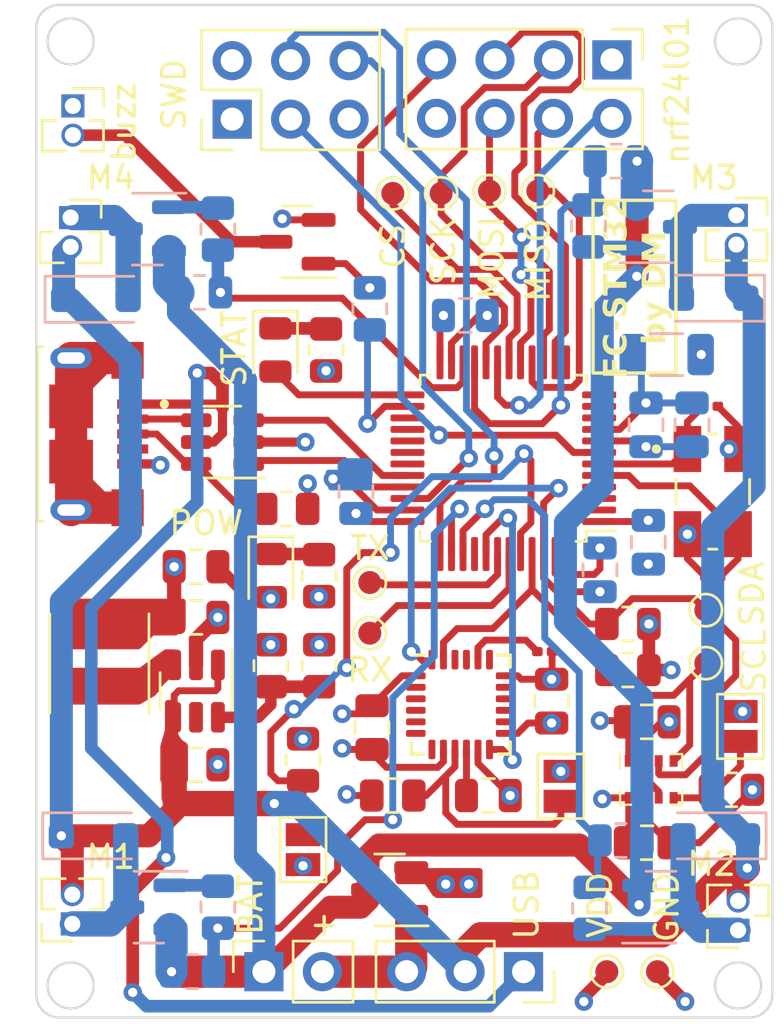
<source format=kicad_pcb>
(kicad_pcb (version 20221018) (generator pcbnew)
  (layers (0 "F.Cu" signal) (1 "In1.Cu" power) (2 "In2.Cu" power) (31 "B.Cu" signal) (34 "B.Paste" user) (35 "F.Paste" user) (36 "B.SilkS" user "B.Silkscreen") (37 "F.SilkS" user "F.Silkscreen") (38 "B.Mask" user) (39 "F.Mask" user) (44 "Edge.Cuts" user))
  (net 0 "")
  (net 1 "VDD")
  (net 2 "Net-(U1-FB)")
  (net 3 "GND")
  (net 4 "/RST")
  (net 5 "Net-(U2-PD0)")
  (net 6 "VDC")
  (net 7 "Net-(D1-K)")
  (net 8 "/SWDIO")
  (net 9 "/SWCLK")
  (net 10 "+5V")
  (net 11 "/USB_CONN_DM")
  (net 12 "/USB_CONN_DP")
  (net 14 "unconnected-(J2-SHIELD-PadS1)")
  (net 15 "+BATT")
  (net 16 "/BOOT0")
  (net 17 "Net-(U1-SW)")
  (net 20 "Net-(D2-A)")
  (net 21 "Net-(D3-A)")
  (net 22 "Net-(D4-A)")
  (net 23 "Net-(D5-A)")
  (net 24 "/SPI_SCK")
  (net 25 "/SPI_MISO")
  (net 26 "/SPI_MOSI")
  (net 27 "/USB_DM")
  (net 28 "/USB_DP")
  (net 30 "/I2C_SCL")
  (net 31 "/I2C_SDA")
  (net 32 "Net-(U2-PD1)")
  (net 33 "Net-(U5-REGOUT)")
  (net 34 "Net-(U5-CPOUT)")
  (net 35 "Net-(JP1-A)")
  (net 36 "Net-(JP3-A)")
  (net 37 "Net-(Q1-G)")
  (net 38 "Net-(Q2-G)")
  (net 39 "Net-(Q3-G)")
  (net 40 "Net-(Q4-G)")
  (net 41 "/USART1_TX")
  (net 42 "/PB5_EXTI5")
  (net 57 "-BATT")
  (net 58 "/TM2_CH1")
  (net 59 "/TM2_CH2")
  (net 60 "/TM2_CH3")
  (net 61 "/TM2_CH4")
  (net 62 "Net-(D6-K)")
  (net 63 "/GPIO_PB12")
  (net 67 "/GPIO_EXTI4")
  (net 68 "/OUT_PB1")
  (net 69 "Net-(J9-Pin_2)")
  (net 70 "Net-(Q6-B)")
  (net 71 "/USART1_RX")
  (net 72 "/SPI_CS")
  (net 73 "/OUT_PB2")
  (net 74 "/GPIO_PB13")
  (footprint "Connector_PinHeader_2.54mm:PinHeader_2x04_P2.54mm_Vertical" (layer "F.Cu") (at 162.32 82.6 -90)
    (fp_text reference "J8" hide)
    (fp_text value "nrf24l01")
  )
  (footprint "Package_LGA:Bosch_LGA-8_2x2.5mm_P0.65mm_ClockwisePinNumbering" (layer "F.Cu") (at 164.025 113.85)
    (fp_text reference "U6" hide)
    (fp_text value "BMP280")
  )
  (footprint "Capacitor_SMD:C_0805_2012Metric" (layer "F.Cu") (at 159.7 110.45 90)
    (fp_text reference "C14" hide)
    (fp_text value "10n" hide)
  )
  (footprint "TestPoint:TestPoint_Pad_D1.0mm" (layer "F.Cu") (at 152.8 88.4)
    (fp_text reference "J19" hide)
    (fp_text value "CS")
  )
  (footprint "LED_SMD:LED_0805_2012Metric" (layer "F.Cu") (at 147.7 95.2 -90)
    (fp_text reference "D6" hide)
    (fp_text value "LED" hide)
  )
  (footprint "TestPoint:TestPoint_Pad_D1.0mm" (layer "F.Cu") (at 162.1 122.2 180)
    (fp_text reference "J16" hide)
    (fp_text value "VDD")
  )
  (footprint "Capacitor_SMD:C_0805_2012Metric" (layer "F.Cu") (at 151.9 111.6 90)
    (fp_text reference "C2" hide)
    (fp_text value "100n" hide)
  )
  (footprint "Connector_PinSocket_1.27mm:PinSocket_1x02_P1.27mm_Vertical" (layer "F.Cu") (at 138.8 89.45)
    (fp_text reference "J5" hide)
    (fp_text value "01x02_Pin" hide)
  )
  (footprint "Inductor_SMD:L_Coilcraft_XxL4040" (layer "F.Cu") (at 140.05 108.815 90)
    (fp_text reference "L1" hide)
    (fp_text value "2.2u" hide)
  )
  (footprint "TestPoint:TestPoint_Pad_D1.0mm" (layer "F.Cu") (at 154.9 88.4 90)
    (fp_text reference "J15" hide)
    (fp_text value "SCK")
  )
  (footprint "Capacitor_SMD:C_0805_2012Metric" (layer "F.Cu") (at 144.25 106.815)
    (fp_text reference "C13" hide)
    (fp_text value "10u" hide)
  )
  (footprint "Capacitor_SMD:C_0805_2012Metric" (layer "F.Cu") (at 144.25 104.615)
    (fp_text reference "C1" hide)
    (fp_text value "6p8" hide)
  )
  (footprint "Capacitor_SMD:C_0805_2012Metric" (layer "F.Cu") (at 156.95 114.55)
    (fp_text reference "C15" hide)
    (fp_text value "0.1u" hide)
  )
  (footprint "Resistor_SMD:R_0805_2012Metric" (layer "F.Cu") (at 149.9 95.2 -90)
    (fp_text reference "R18" hide)
    (fp_text value "2k2" hide)
  )
  (footprint "TestPoint:TestPoint_Pad_D1.0mm" (layer "F.Cu") (at 157 88.3 90)
    (fp_text reference "J13" hide)
    (fp_text value "MOSI")
  )
  (footprint "Resistor_SMD:R_0805_2012Metric" (layer "F.Cu") (at 149.6 105 -90)
    (fp_text reference "R7" hide)
    (fp_text value "2k2" hide)
  )
  (footprint "LED_SMD:LED_0805_2012Metric" (layer "F.Cu") (at 147.5 105 -90)
    (fp_text reference "D1" hide)
    (fp_text value "LED" hide)
  )
  (footprint "Connector_PinSocket_1.27mm:PinSocket_1x02_P1.27mm_Vertical" (layer "F.Cu") (at 138.9 84.6)
    (fp_text reference "J9" hide)
    (fp_text value "buzz")
  )
  (footprint "Package_QFP:LQFP-48_7x7mm_P0.5mm" (layer "F.Cu") (at 157.6 99.9 180)
    (fp_text reference "U2" hide)
    (fp_text value "STM32F103C6Tx" hide)
  )
  (footprint "TestPoint:TestPoint_Pad_D1.0mm" (layer "F.Cu") (at 166.4 108.8 180)
    (fp_text reference "J11" hide)
    (fp_text value "SCL")
  )
  (footprint "Jumper:SolderJumper-2_P1.3mm_Open_Pad1.0x1.5mm" (layer "F.Cu") (at 160.1 114.15 90)
    (fp_text reference "JP1" hide)
    (fp_text value "SolderJump" hide)
  )
  (footprint "Package_TO_SOT_SMD:SOT-23" (layer "F.Cu") (at 148.6375 90.5 180)
    (fp_text reference "Q6" hide)
    (fp_text value "BC817" hide)
  )
  (footprint "Jumper:SolderJumper-2_P1.3mm_Open_Pad1.0x1.5mm" (layer "F.Cu") (at 148.9 116.9 -90)
    (fp_text reference "JP4" hide)
    (fp_text value "SolderJump" hide)
  )
  (footprint "QT532S-8.000MAAJ-T:XTAL_QT532S-8.000MAAJ-T" (layer "F.Cu") (at 166.7 101.35)
    (fp_text reference "Y1" hide)
    (fp_text value "8MHz" hide)
  )
  (footprint "swd_conn:Pin_2x03_P2.54mm" (layer "F.Cu") (at 145.82 85.175 90)
    (fp_text reference "J4" hide)
    (fp_text value "SWD")
  )
  (footprint "10118193-0001LF:AMPHENOL_10118193-0001LF" (layer "F.Cu") (at 138.825 98.85 -90)
    (fp_text reference "J2" hide)
    (fp_text value "USB" hide)
  )
  (footprint "TestPoint:TestPoint_Pad_D1.0mm" (layer "F.Cu") (at 151.8 105.3 90)
    (fp_text reference "J17" hide)
    (fp_text value "TX")
  )
  (footprint "TestPoint:TestPoint_Pad_D1.0mm" (layer "F.Cu") (at 166.4 106.5 180)
    (fp_text reference "J10" hide)
    (fp_text value "SDA")
  )
  (footprint "Connector_PinSocket_1.27mm:PinSocket_1x02_P1.27mm_Vertical" (layer "F.Cu") (at 138.875 120.125 180)
    (fp_text reference "J7" hide)
    (fp_text value "01x02_Pin" hide)
  )
  (footprint "Resistor_SMD:R_0805_2012Metric" (layer "F.Cu") (at 148.9 113 90)
    (fp_text reference "R3" hide)
    (fp_text value "10k" hide)
  )
  (footprint "Capacitor_SMD:C_0805_2012Metric" (layer "F.Cu") (at 163.85 111.35 180)
    (fp_text reference "C18" hide)
    (fp_text value "100n" hide)
  )
  (footprint "Capacitor_SMD:C_0805_2012Metric" (layer "F.Cu") (at 144.25 113.215)
    (fp_text reference "C12" hide)
    (fp_text value "4u7" hide)
  )
  (footprint "Sensor_Motion:InvenSense_QFN-24_4x4mm_P0.5mm" (layer "F.Cu") (at 155.75 110.6)
    (fp_text reference "U5" hide)
    (fp_text value "MPU-6050")
  )
  (footprint "TestPoint:TestPoint_Pad_D1.0mm" (layer "F.Cu") (at 151.8 107.5 -90)
    (fp_text reference "J18" hide)
    (fp_text value "RX")
  )
  (footprint "Resistor_SMD:R_0805_2012Metric" (layer "F.Cu") (at 163.0125 109.1 180)
    (fp_text reference "R1" hide)
    (fp_text value "4k7" hide)
  )
  (footprint "Jumper:SolderJumper-2_P1.3mm_Open_Pad1.0x1.5mm" (layer "F.Cu") (at 167.9 111.55 90)
    (fp_text reference "JP3" hide)
    (fp_text value "SolderJump" hide)
  )
  (footprint "Resistor_SMD:R_0805_2012Metric" (layer "F.Cu") (at 149.6 108.9125 90)
    (fp_text reference "R6" hide)
    (fp_text value "450k" hide)
  )
  (footprint "TestPoint:TestPoint_Pad_D1.0mm" (layer "F.Cu") (at 164.3 122.2 -90)
    (fp_text reference "J12" hide)
    (fp_text value "GND")
  )
  (footprint "Capacitor_SMD:C_0201_0603Metric" (layer "F.Cu") (at 166.6 97.645 180)
    (fp_text reference "C11" hide)
    (fp_text value "18p" hide)
  )
  (footprint "Resistor_SMD:R_0805_2012Metric" (layer "F.Cu") (at 167.5125 114.3)
    (fp_text reference "R9" hide)
    (fp_text value "10k" hide)
  )
  (footprint "Capacitor_SMD:C_0805_2012Metric" (layer "F.Cu") (at 163.85 116.6)
    (fp_text reference "C17" hide)
    (fp_text value "100n" hide)
  )
  (footprint "Capacitor_SMD:C_0201_0603Metric" (layer "F.Cu") (at 166.7 105.045)
    (fp_text reference "C10" hide)
    (fp_text value "18p" hide)
  )
  (footprint "Connector_PinSocket_2.54mm:PinSocket_1x03_P2.54mm_Vertical" (layer "F.Cu") (at 158.48 122.2 -90)
    (fp_text reference "J20" hide)
    (fp_text value "Conn_01x03_Pin" hide)
  )
  (footprint "TestPoint:TestPoint_Pad_D1.0mm" (layer "F.Cu") (at 159.1 88.3 90)
    (fp_text reference "J14" hide)
    (fp_text value "MISO")
  )
  (footprint "Capacitor_SMD:C_0201_0603Metric" (layer "F.Cu") (at 159.4 108.3)
    (fp_text reference "C16" hide)
    (fp_text value "2n2" hide)
  )
  (footprint "Resistor_SMD:R_0805_2012Metric" (layer "F.Cu") (at 148.1875 102.1 180)
    (fp_text reference "R2" hide)
    (fp_text value "1.5k" hide)
  )
  (footprint "Connector_PinSocket_1.27mm:PinSocket_1x02_P1.27mm_Vertical" (layer "F.Cu") (at 167.725 89.35)
    (fp_text reference "J6" hide)
    (fp_text value "01x02_Pin" hide)
  )
  (footprint "Resistor_SMD:R_0805_2012Metric" (layer "F.Cu") (at 147.5 108.9125 90)
    (fp_text reference "R5" hide)
    (fp_text value "100k" hide)
  )
  (footprint "Connector_PinSocket_2.54mm:PinSocket_1x02_P2.54mm_Vertical" (layer "F.Cu") (at 147.2 122.2 90)
    (fp_text reference "J3" hide)
    (fp_text value "1x2" hide)
  )
  (footprint "Resistor_SMD:R_0805_2012Metric" (layer "F.Cu") (at 163.0125 107.1 180)
    (fp_text reference "R4" hide)
    (fp_text value "4k7" hide)
  )
  (footprint "Resistor_SMD:R_0805_2012Metric" (layer "F.Cu") (at 152.8 114.55 180)
    (fp_text reference "R8" hide)
    (fp_text value "10k" hide)
  )
  (footprint "Package_TO_SOT_SMD:SOT-23" (layer "F.Cu") (at 152.6625 118.65 180)
    (fp_text reference "Q5" hide)
    (fp_text value "DMN2056U" hide)
  )
  (footprint "Package_TO_SOT_SMD:SOT-23-6" (layer "F.Cu") (at 145.4 99.2 180)
    (fp_text reference "U3" hide)
    (fp_text value "USBLC6")
  )
  (footprint "Connector_PinSocket_1.27mm:PinSocket_1x02_P1.27mm_Vertical" (layer "F.Cu") (at 167.8 120.4 180)
    (fp_text reference "J1" hide)
    (fp_text value "01x02_Pin" hide)
  )
  (footprint "Package_TO_SOT_SMD:SOT-23-6" (layer "F.Cu") (at 144.25 110.015 -90)
    (fp_text reference "U1" hide)
    (fp_text value "TLV62569DDC" hide)
  )
  (footprint "Resistor_SMD:R_0805_2012Metric" (layer "B.Cu") (at 145.2 119.4 90)
    (fp_text reference "R17" hide)
    (fp_text value "330" hide)
  )
  (footprint "Resistor_SMD:R_0805_2012Metric" (layer "B.Cu") (at 162.71 116.5)
    (fp_text reference "R10" hide)
    (fp_text value "100k" hide)
  )
  (footprint "Diode_SMD:D_SOD-123F" (layer "B.Cu") (at 166.7375 92.95 180)
    (fp_text reference "D4" hide)
    (fp_text value "D_Schottky" hide)
  )
  (footprint "Diode_SMD:D_SOD-123F" (layer "B.Cu") (at 166.81 116.3 180)
    (fp_text reference "D2" hide)
    (fp_text value "D_Schottky" hide)
  )
  (footprint "Resistor_SMD:R_0805_2012Metric" (layer "B.Cu") (at 145.2 89.95 90)
    (fp_text reference "R13" hide)
    (fp_text value "330" hide)
  )
  (footprint "Capacitor_SMD:C_0805_2012Metric" (layer "B.Cu") (at 155.95 93.7)
    (fp_text reference "C4" hide)
    (fp_text value "100n" hide)
  )
  (footprint "Capacitor_SMD:C_1206_3216Metric" (layer "B.Cu") (at 164.7 95.4)
    (fp_text reference "C8" hide)
    (fp_text value "4.7u" hide)
  )
  (footprint "Resistor_SMD:R_0805_2012Metric" (layer "B.Cu") (at 144.1 122.2 180)
    (fp_text reference "R16" hide)
    (fp_text value "100k" hide)
  )
  (footprint "Package_TO_SOT_SMD:SOT-23" (layer "B.Cu") (at 142.1375 89.95 180)
    (fp_text reference "Q2" hide)
    (fp_text value "DMN2056U" hide)
  )
  (footprint "Diode_SMD:D_SOD-123F" (layer "B.Cu") (at 139.9 93)
    (fp_text reference "D3" hide)
    (fp_text value "D_Schottky" hide)
  )
  (footprint "Capacitor_SMD:C_0805_2012Metric" (layer "B.Cu") (at 163.8 98.45 -90)
    (fp_text reference "C7" hide)
    (fp_text value "1u" hide)
  )
  (footprint "Resistor_SMD:R_0805_2012Metric" (layer "B.Cu") (at 161.3 89.8125 -90)
    (fp_text reference "R15" hide)
    (fp_text value "330" hide)
  )
  (footprint "Capacitor_SMD:C_0805_2012Metric" (layer "B.Cu") (at 161.8 104.75 -90)
    (fp_text reference "C5" hide)
    (fp_text value "100n" hide)
  )
  (footprint "Diode_SMD:D_SOD-123F" (layer "B.Cu") (at 139.8 116.3)
    (fp_text reference "D5" hide)
    (fp_text value "D_Schottky" hide)
  )
  (footprint "Capacitor_SMD:C_0805_2012Metric" (layer "B.Cu") (at 163.9 103.55 -90)
    (fp_text reference "C3" hide)
    (fp_text value "100n" hide)
  )
  (footprint "Resistor_SMD:R_0805_2012Metric" (layer "B.Cu") (at 151.8 93.4125 90)
    (fp_text reference "R19" hide)
    (fp_text value "1k" hide)
  )
  (footprint "Capacitor_SMD:C_0805_2012Metric" (layer "B.Cu") (at 165.8 98.45 -90)
    (fp_text reference "C6" hide)
    (fp_text value "10n" hide)
  )
  (footprint "Resistor_SMD:R_0805_2012Metric" (layer "B.Cu") (at 144.4 92.7 180)
    (fp_text reference "R12" hide)
    (fp_text value "100k" hide)
  )
  (footprint "Resistor_SMD:R_0805_2012Metric" (layer "B.Cu") (at 161.3475 119.45 -90)
    (fp_text reference "R11" hide)
    (fp_text value "330")
  )
  (footprint "Package_TO_SOT_SMD:SOT-23" (layer "B.Cu") (at 142.2 119.4 180)
    (fp_text reference "Q4" hide)
    (fp_text value "DMN2056U" hide)
  )
  (footprint "Capacitor_SMD:C_0805_2012Metric" (layer "B.Cu") (at 151.2 101.35 90)
    (fp_text reference "C19" hide)
    (fp_text value "100n" hide)
  )
  (footprint "Resistor_SMD:R_0805_2012Metric" (layer "B.Cu") (at 162.5 87)
    (fp_text reference "R14" hide)
    (fp_text value "100k" hide)
  )
  (footprint "Package_TO_SOT_SMD:SOT-23" (layer "B.Cu") (at 164.4475 119.4)
    (fp_text reference "Q1" hide)
    (fp_text value "DMN2056U" hide)
  )
  (footprint "Package_TO_SOT_SMD:SOT-23" (layer "B.Cu") (at 164.3375 89.85)
    (fp_text reference "Q3" hide)
    (fp_text value "DMN2056U" hide)
  )
  (gr_rect (start 161.5 88.7) (end 165.1 96.2) (stroke (width 0.15)) (fill none) (layer "F.SilkS"))
  (gr_arc (start 138.3 124.189949) (mid 137.921163 124.114594) (end 137.6 123.9) (stroke (width 0.1)) (layer "Edge.Cuts"))
  (gr_line (start 168.3 124.189949) (end 138.3 124.189949) (stroke (width 0.1)) (layer "Edge.Cuts"))
  (gr_arc (start 169.289949 123.2) (mid 169.214594 123.578837) (end 169 123.9) (stroke (width 0.1)) (layer "Edge.Cuts"))
  (gr_line (start 138.3 80.210051) (end 168.3 80.210051) (stroke (width 0.1)) (layer "Edge.Cuts"))
  (gr_arc (start 169 80.5) (mid 169.214594 80.821163) (end 169.289949 81.2) (stroke (width 0.1)) (layer "Edge.Cuts"))
  (gr_arc (start 137.6 123.9) (mid 137.385406 123.578837) (end 137.310051 123.2) (stroke (width 0.1)) (layer "Edge.Cuts"))
  (gr_circle (center 138.8 122.8) (end 138 123.4) (stroke (width 0.1)) (fill none) (layer "Edge.Cuts"))
  (gr_circle (center 167.8 122.8) (end 167 123.4) (stroke (width 0.1)) (fill none) (layer "Edge.Cuts"))
  (gr_arc (start 168.3 80.210051) (mid 168.678837 80.285406) (end 169 80.5) (stroke (width 0.1)) (layer "Edge.Cuts"))
  (gr_arc (start 169 123.9) (mid 168.678837 124.114594) (end 168.3 124.189949) (stroke (width 0.1)) (layer "Edge.Cuts"))
  (gr_arc (start 137.310051 81.2) (mid 137.385406 80.821163) (end 137.6 80.5) (stroke (width 0.1)) (layer "Edge.Cuts"))
  (gr_circle (center 138.8 81.8) (end 138 82.4) (stroke (width 0.1)) (fill none) (layer "Edge.Cuts"))
  (gr_line (start 137.310051 123.2) (end 137.310051 81.2) (stroke (width 0.1)) (layer "Edge.Cuts"))
  (gr_circle (center 167.8 81.8) (end 167 82.4) (stroke (width 0.1)) (fill none) (layer "Edge.Cuts"))
  (gr_arc (start 137.6 80.5) (mid 137.921163 80.285406) (end 138.3 80.210051) (stroke (width 0.1)) (layer "Edge.Cuts"))
  (gr_line (start 169.289949 123.2) (end 169.289949 81.2) (stroke (width 0.1)) (layer "Edge.Cuts"))
  (gr_text "STAT" (at 146.5 96.9 90) (layer "F.SilkS") (effects (font (size 1 1)) (justify left bottom)))
  (gr_text "BAT\n" (at 147.2 120.7 90) (layer "F.SilkS") (effects (font (size 1 1)) (justify left bottom)))
  (gr_text "M3" (at 165.6 88.3) (layer "F.SilkS") (effects (font (size 1 1)) (justify left bottom)))
  (gr_text "USB" (at 159.2 120.9 90) (layer "F.SilkS") (effects (font (size 1 1)) (justify left bottom)))
  (gr_text "POW\n" (at 143 103.3) (layer "F.SilkS") (effects (font (size 1 1)) (justify left bottom)))
  (gr_text "M1\n" (at 139.4 117.8) (layer "F.SilkS") (effects (font (size 1 1)) (justify left bottom)))
  (gr_text "FC-STM32\nby DM" (at 164.8 92.5 90) (layer "F.SilkS") (effects (font (size 1 1) (thickness 0.2) bold) (justify bottom)))
  (gr_text "M2" (at 165.5 118.1) (layer "F.SilkS") (effects (font (size 1 1)) (justify left bottom)))
  (gr_text "M4" (at 139.4 88.3) (layer "F.SilkS") (effects (font (size 1 1)) (justify left bottom)))
  (gr_text "+" (at 149.1 120.7) (layer "F.SilkS") (effects (font (size 1 1)) (justify left bottom)))
  (segment (start 164.473528 111.35) (end 164.8 111.35) (width 0.3) (layer "F.Cu") (net 1))
  (segment (start 161.1 123.3) (end 162.2 122.2) (width 0.55) (layer "F.Cu") (net 1))
  (segment (start 155 113.076041) (end 155 112.55) (width 0.3) (layer "F.Cu") (net 1))
  (segment (start 148.9 117.55) (end 148.9 117.6) (width 0.3) (layer "F.Cu") (net 1))
  (segment (start 161.55 104.95) (end 161.8 104.7) (width 0.3) (layer "F.Cu") (net 1))
  (segment (start 167.9 110.9) (end 168 110.9) (width 0.3) (layer "F.Cu") (net 1))
  (segment (start 158.226041 111.85) (end 157.7 111.85) (width 0.3) (layer "F.Cu") (net 1))
  (segment (start 163.7 113.05) (end 163.7 112.123528) (width 0.3) (layer "F.Cu") (net 1))
  (segment (start 163.925 109.1) (end 163.925 107.1) (width 0.55) (layer "F.Cu") (net 1))
  (segment (start 162.65 98.65) (end 163.8 97.5) (width 0.3) (layer "F.Cu") (net 1))
  (segment (start 161.9 114.7) (end 161.95 114.65) (width 0.3) (layer "F.Cu") (net 1))
  (segment (start 163.7 112.123528) (end 164.473528 111.35) (width 0.3) (layer "F.Cu") (net 1))
  (segment (start 159.7 111.4) (end 158.676041 111.4) (width 0.3) (layer "F.Cu") (net 1))
  (segment (start 163.925 109.1) (end 164.9 109.1) (width 0.55) (layer "F.Cu") (net 1))
  (segment (start 160.606065 104.95) (end 161.55 104.95) (width 0.3) (layer "F.Cu") (net 1))
  (segment (start 163.7 113.728554) (end 163.7 113.05) (width 0.3) (layer "F.Cu") (net 1))
  (segment (start 154.85 93.85) (end 155 93.7) (width 0.3) (layer "F.Cu") (net 1))
  (segment (start 161.95 114.65) (end 163.05 114.65) (width 0.3) (layer "F.Cu") (net 1))
  (segment (start 150.65 112.55) (end 150.6 112.5) (width 0.3) (layer "F.Cu") (net 1))
  (segment (start 153.4375 102.65) (end 151.55 102.65) (width 0.3) (layer "F.Cu") (net 1))
  (segment (start 163.05 116.25) (end 163.05 114.65) (width 0.3) (layer "F.Cu") (net 1))
  (segment (start 161.7625 102.65) (end 163.85 102.65) (width 0.3) (layer "F.Cu") (net 1))
  (segment (start 151.55 102.65) (end 151.2 102.3) (width 0.3) (layer "F.Cu") (net 1))
  (segment (start 158.676041 111.4) (end 158.226041 111.85) (width 0.3) (layer "F.Cu") (net 1))
  (segment (start 151.8 112.55) (end 151.8 112.6) (width 0.3) (layer "F.Cu") (net 1))
  (segment (start 152.525 113.325) (end 154.751041 113.325) (width 0.3) (layer "F.Cu") (net 1))
  (segment (start 161.7625 98.65) (end 162.65 98.65) (width 0.3) (layer "F.Cu") (net 1))
  (segment (start 160.35 104.693935) (end 160.606065 104.95) (width 0.3) (layer "F.Cu") (net 1))
  (segment (start 160.35 104.0625) (end 160.35 104.693935) (width 0.3) (layer "F.Cu") (net 1))
  (segment (start 161.1 123.5) (end 161.1 123.3) (width 0.55) (layer "F.Cu") (net 1))
  (segment (start 147.5 105.9375) (end 147.5 106) (width 0.62) (layer "F.Cu") (net 1))
  (segment (start 164.35 114.65) (end 164.35 114.378554) (width 0.3) (layer "F.Cu") (net 1))
  (segment (start 151.8 112.6) (end 152.525 113.325) (width 0.3) (layer "F.Cu") (net 1))
  (segment (start 149.1 102.1) (end 149.1 101) (width 0.3) (layer "F.Cu") (net 1))
  (segment (start 154.751041 113.325) (end 155 113.076041) (width 0.3) (layer "F.Cu") (net 1))
  (segment (start 143.3 106.815) (end 143.3 104.615) (width 0.62) (layer "F.Cu") (net 1))
  (segment (start 154.85 95.7375) (end 154.85 93.85) (width 0.3) (layer "F.Cu") (net 1))
  (segment (start 151.9 112.55) (end 150.65 112.55) (width 0.3) (layer "F.Cu") (net 1))
  (segment (start 163.85 102.65) (end 163.9 102.6) (width 0.3) (layer "F.Cu") (net 1))
  (segment (start 161.8 104.7) (end 161.8 103.8) (width 0.3) (layer "F.Cu") (net 1))
  (segment (start 164.35 114.378554) (end 163.7 113.728554) (width 0.3) (layer "F.Cu") (net 1))
  (via (at 155 93.7) (size 0.8) (drill 0.4) (layers "F.Cu" "B.Cu") (net 1))
  (via (at 161.1 123.5) (size 0.8) (drill 0.4) (layers "F.Cu" "B.Cu") (net 1))
  (via (at 168 110.9) (size 0.8) (drill 0.4) (layers "F.Cu" "B.Cu") (net 1))
  (via (at 163.925 107.1) (size 0.8) (drill 0.4) (layers "F.Cu" "B.Cu") (net 1))
  (via (at 164.9 109.1) (size 0.8) (drill 0.4) (layers "F.Cu" "B.Cu") (net 1))
  (via (at 149.1 101) (size 0.8) (drill 0.4) (layers "F.Cu" "B.Cu") (net 1))
  (via (at 159.7 111.4) (size 0.8) (drill 0.4) (layers "F.Cu" "B.Cu") (net 1))
  (via (at 160.1 113.5) (size 0.8) (drill 0.4) (layers "F.Cu" "B.Cu") (net 1))
  (via (at 161.8 103.8) (size 0.8) (drill 0.4) (layers "F.Cu" "B.Cu") (net 1))
  (via (at 151.2 102.3) (size 0.8) (drill 0.4) (layers "F.Cu" "B.Cu") (net 1))
  (via (at 147.5 106) (size 0.8) (drill 0.4) (layers "F.Cu" "B.Cu") (net 1))
  (via (at 150.6 112.5) (size 0.8) (drill 0.4) (layers "F.Cu" "B.Cu") (net 1))
  (via (at 149.6 108) (size 0.8) (drill 0.4) (layers "F.Cu" "B.Cu") (net 1))
  (via (at 143.3 104.615) (size 0.8) (drill 0.4) (layers "F.Cu" "B.Cu") (net 1))
  (via (at 163.8 97.5) (size 0.8) (drill 0.4) (layers "F.Cu" "B.Cu") (net 1))
  (via (at 148.9 117.6) (size 0.8) (drill 0.4) (layers "F.Cu" "B.Cu") (net 1))
  (via (at 161.9 114.7) (size 0.8) (drill 0.4) (layers "F.Cu" "B.Cu") (net 1))
  (via (at 163.9 102.6) (size 0.8) (drill 0.4) (layers "F.Cu" "B.Cu") (net 1))
  (via (at 164.8 111.35) (size 0.8) (drill 0.4) (layers "F.Cu" "B.Cu") (net 1))
  (segment (start 163.6 95.775) (end 163.225 95.4) (width 0.3) (layer "B.Cu") (net 1))
  (segment (start 163.6 97.3) (end 163.6 95.775) (width 0.3) (layer "B.Cu") (net 1))
  (segment (start 165.8 97.5) (end 163.8 97.5) (width 0.3) (layer "B.Cu") (net 1))
  (segment (start 163.8 97.5) (end 163.6 97.3) (width 0.3) (layer "B.Cu") (net 1))
  (segment (start 147.5 109.825) (end 146.925 109.825) (width 0.5) (layer "F.Cu") (net 2))
  (segment (start 147.5 109.825) (end 149.6 109.825) (width 0.55) (layer "F.Cu") (net 2))
  (segment (start 146.2 109.1) (end 146.2 105.615) (width 0.5) (layer "F.Cu") (net 2))
  (segment (start 145.2 111.1525) (end 146.9475 111.1525) (width 0.5) (layer "F.Cu") (net 2))
  (segment (start 146.925 109.825) (end 146.2 109.1) (width 0.5) (layer "F.Cu") (net 2))
  (segment (start 147.5 110.6) (end 147.5 109.825) (width 0.5) (layer "F.Cu") (net 2))
  (segment (start 146.9475 111.1525) (end 147.5 110.6) (width 0.5) (layer "F.Cu") (net 2))
  (segment (start 146.2 105.615) (end 145.2 104.615) (width 0.5) (layer "F.Cu") (net 2))
  (segment (start 164.4 122.4) (end 164.4 122.2) (width 0.55) (layer "F.Cu") (net 3))
  (segment (start 163.05 113.05) (end 163.05 111.5) (width 0.3) (layer "F.Cu") (net 3))
  (segment (start 152.110661 102.15) (end 153.4375 102.15) (width 0.3) (layer "F.Cu") (net 3))
  (segment (start 145.2 106.815) (end 144.25 107.765) (width 0.62) (layer "F.Cu") (net 3))
  (segment (start 150.85 114.55) (end 150.8 114.5) (width 0.3) (layer "F.Cu") (net 3))
  (segment (start 159.85 104.901041) (end 160.648959 105.7) (width 0.3) (layer "F.Cu") (net 3))
  (segment (start 149.575 89.55) (end 148.05 89.55) (width 0.3) (layer "F.Cu") (net 3))
  (segment (start 164.8 116.6) (end 166.125 116.6) (width 0.3) (layer "F.Cu") (net 3))
  (segment (start 151.55 111) (end 150.6 111) (width 0.3) (layer "F.Cu") (net 3))
  (segment (start 148.9 112.0875) (end 148.9 112.1) (width 1) (layer "F.Cu") (net 3))
  (segment (start 155.35 95.7375) (end 155.35 94.898959) (width 0.3) (layer "F.Cu") (net 3))
  (segment (start 150.760661 100.8) (end 152.110661 102.15) (width 0.3) (layer "F.Cu") (net 3))
  (segment (start 149.9 96.1125) (end 149.9 96.1) (width 0.3) (layer "F.Cu") (net 3))
  (segment (start 159.72 109.48) (end 159.7 109.5) (width 0.3) (layer "F.Cu") (net 3))
  (segment (start 149 99.2) (end 146.5375 99.2) (width 0.4) (layer "F.Cu") (net 3))
  (segment (start 150.2 100.8) (end 150.760661 100.8) (width 0.3) (layer "F.Cu") (net 3))
  (segment (start 145.2 113.215) (end 145.2 113.2) (width 1) (layer "F.Cu") (net 3))
  (segment (start 165.5 123.5) (end 164.4 122.4) (width 0.55) (layer "F.Cu") (net 3))
  (segment (start 151.8875 114.55) (end 150.85 114.55) (width 0.3) (layer "F.Cu") (net 3))
  (segment (start 144.25 107.765) (end 144.25 108.8775) (width 0.62) (layer "F.Cu") (net 3))
  (segment (start 162.9 111.35) (end 162.85 111.3) (width 0.3) (layer "F.Cu") (net 3))
  (segment (start 151.9 110.65) (end 153.2 109.35) (width 0.3) (layer "F.Cu") (net 3))
  (segment (start 162.85 111.3) (end 161.8 111.3) (width 0.3) (layer "F.Cu") (net 3))
  (segment (start 151.9 110.65) (end 151.55 111) (width 0.3) (layer "F.Cu") (net 3))
  (segment (start 142.65 100.15) (end 142.7 100.2) (width 0.4) (layer "F.Cu") (net 3))
  (segment (start 159.7 109.5) (end 158.376041 109.5) (width 0.3) (layer "F.Cu") (net 3))
  (segment (start 156.548959 93.7) (end 156.9 93.7) (width 0.3) (layer "F.Cu") (net 3))
  (segment (start 155.35 94.898959) (end 156.548959 93.7) (width 0.3) (layer "F.Cu") (net 3))
  (segment (start 166.125 116.6) (end 168.425 114.3) (width 0.3) (layer "F.Cu") (net 3))
  (segment (start 141.5 100.15) (end 142.65 100.15) (width 0.4) (layer "F.Cu") (net 3))
  (segment (start 167.8 99.5) (end 167.8 98.525) (width 0.3) (layer "F.Cu") (net 3))
  (segment (start 167.8 99.5) (end 167.4 99.5) (width 0.3) (layer "F.Cu") (net 3))
  (segment (start 158.226041 109.35) (end 157.7 109.35) (width 0.3) (layer "F.Cu") (net 3))
  (segment (start 163.05 111.5) (end 162.9 111.35) (width 0.3) (layer "F.Cu") (net 3))
  (segment (start 160.648959 105.7) (end 161.8 105.7) (width 0.3) (layer "F.Cu") (net 3))
  (segment (start 161.7625 99.15) (end 163.55 99.15) (width 0.3) (layer "F.Cu") (net 3))
  (segment (start 163.7 114.65) (end 163.7 115.5) (width 0.3) (layer "F.Cu") (net 3))
  (segment (start 163.7 115.5) (end 164.8 116.6) (width 0.3) (layer "F.Cu") (net 3))
  (segment (start 153.2 109.35) (end 153.8 109.35) (width 0.3) (layer "F.Cu") (net 3))
  (segment (start 165.6 104.265) (end 166.38 105.045) (width 0.3) (layer "F.Cu") (net 3))
  (segment (start 165.6 103.2) (end 165.6 104.265) (width 0.3) (layer "F.Cu") (net 3))
  (segment (start 163.55 99.15) (end 163.8 99.4) (width 0.3) (layer "F.Cu") (net 3))
  (segment (start 159.85 104.0625) (end 159.85 104.901041) (width 0.3) (layer "F.Cu") (net 3))
  (segment (start 159.72 108.3) (end 159.72 109.48) (width 0.3) (layer "F.Cu") (net 3))
  (segment (start 167.8 98.525) (end 166.92 97.645) (width 0.3) (layer "F.Cu") (net 3))
  (segment (start 158.376041 109.5) (end 158.226041 109.35) (width 0.3) (layer "F.Cu") (net 3))
  (segment (start 157.9 114.55) (end 156.5 113.15) (width 0.3) (layer "F.Cu") (net 3))
  (segment (start 149.5875 105.9125) (end 149.6 105.9125) (width 1) (layer "F.Cu") (net 3))
  (segment (start 156.5 113.15) (end 156.5 112.55) (width 0.3) (layer "F.Cu") (net 3))
  (segment (start 148.05 89.55) (end 148 89.5) (width 0.3) (layer "F.Cu") (net 3))
  (via (at 165.5 123.5) (size 0.8) (drill 0.4) (layers "F.Cu" "B.Cu") (net 3))
  (via (at 149.5875 105.9125) (size 0.8) (drill 0.4) (layers "F.Cu" "B.Cu") (net 3))
  (via (at 156.9 93.7) (size 0.8) (drill 0.4) (layers "F.Cu" "B.Cu") (net 3))
  (via (at 161.8 111.3) (size 0.8) (drill 0.4) (layers "F.Cu" "B.Cu") (net 3))
  (via (at 150.6 111) (size 0.8) (drill 0.4) (layers "F.Cu" "B.Cu") (net 3))
  (via (at 167.4 99.5) (size 0.8) (drill 0.4) (layers "F.Cu" "B.Cu") (net 3))
  (via (at 166.2 95.4) (size 0.8) (drill 0.4) (layers "F.Cu" "B.Cu") (net 3))
  (via (at 145.2 113.2) (size 0.8) (drill 0.4) (layers "F.Cu" "B.Cu") (net 3))
  (via (at 163.8 99.4) (size 0.8) (drill 0.4) (layers "F.Cu" "B.Cu") (net 3))
  (via (at 155.1 118.4) (size 0.8) (drill 0.4) (layers "F.Cu" "B.Cu") (net 3))
  (via (at 165.6 103.2) (size 0.8) (drill 0.4) (layers "F.Cu" "B.Cu") (net 3))
  (via (at 150.2 100.8) (size 0.8) (drill 0.4) (layers "F.Cu" "B.Cu") (net 3))
  (via (at 156.1 118.4) (size 0.8) (drill 0.4) (layers "F.Cu" "B.Cu") (net 3))
  (via (at 142.7 100.2) (size 0.8) (drill 0.4) (layers "F.Cu" "B.Cu") (net 3))
  (via (at 145.2 106.815) (size 0.8) (drill 0.4) (layers "F.Cu" "B.Cu") (net 3))
  (via (at 148 89.5) (size 0.8) (drill 0.4) (layers "F.Cu" "B.Cu") (net 3))
  (via (at 148.9 112.1) (size 0.8) (drill 0.4) (layers "F.Cu" "B.Cu") (net 3))
  (via (at 157.9 114.55) (size 0.8) (drill 0.4) (layers "F.Cu" "B.Cu") (net 3))
  (via (at 149.9 96.1) (size 0.8) (drill 0.4) (layers "F.Cu" "B.Cu") (net 3))
  (via (at 149 99.2) (size 0.8) (drill 0.4) (layers "F.Cu" "B.Cu") (net 3))
  (via (at 147.5 108) (size 0.8) (drill 0.4) (layers "F.Cu" "B.Cu") (net 3))
  (via (at 161.8 105.7) (size 0.8) (drill 0.4) (layers "F.Cu" "B.Cu") (net 3))
  (via (at 150.8 114.5) (size 0.8) (drill 0.4) (layers "F.Cu" "B.Cu") (net 3))
  (via (at 168.425 114.3) (size 0.8) (drill 0.4) (layers "F.Cu" "B.Cu") (net 3))
  (via (at 163.9 104.5) (size 0.8) (drill 0.4) (layers "F.Cu" "B.Cu") (net 3))
  (via (at 159.7 109.5) (size 0.8) (drill 0.4) (layers "F.Cu" "B.Cu") (net 3))
  (segment (start 165.8 99.4) (end 163.8 99.4) (width 0.3) (layer "B.Cu") (net 3))
  (segment (start 166.175 95.4) (end 166.2 95.4) (width 0.3) (layer "B.Cu") (net 3))
  (segment (start 160.65 99.65) (end 161.7625 99.65) (width 0.3) (layer "F.Cu") (net 4))
  (segment (start 159.9 98.9) (end 160.65 99.65) (width 0.3) (layer "F.Cu") (net 4))
  (segment (start 154.8 98.9) (end 159.9 98.9) (width 0.3) (layer "F.Cu") (net 4))
  (via (at 154.8 98.9) (size 0.8) (drill 0.4) (layers "F.Cu" "B.Cu") (net 4))
  (segment (start 154.8 98.9) (end 153.15 97.25) (width 0.3) (layer "B.Cu") (net 4))
  (segment (start 153.15 89.965) (end 148.36 85.175) (width 0.3) (layer "B.Cu") (net 4))
  (segment (start 153.15 97.25) (end 153.15 89.965) (width 0.3) (layer "B.Cu") (net 4))
  (segment (start 167.8 103.2) (end 167.8 104.265) (width 0.3) (layer "F.Cu") (net 5))
  (segment (start 163.05 100.65) (end 163.5 101.1) (width 0.3) (layer "F.Cu") (net 5))
  (segment (start 167.8 104.265) (end 167.02 105.045) (width 0.3) (layer "F.Cu") (net 5))
  (segment (start 165.7 101.1) (end 167.8 103.2) (width 0.3) (layer "F.Cu") (net 5))
  (segment (start 161.7625 100.65) (end 163.05 100.65) (width 0.3) (layer "F.Cu") (net 5))
  (segment (start 163.5 101.1) (end 165.7 101.1) (width 0.3) (layer "F.Cu") (net 5))
  (segment (start 164.5 120.6) (end 167.4 117.7) (width 1.1) (layer "F.Cu") (net 6))
  (segment (start 143.3 113.215) (end 143.3 115.2) (width 1) (layer "F.Cu") (net 6))
  (segment (start 155.94 121.26) (end 156.6 120.6) (width 1.1) (layer "F.Cu") (net 6))
  (segment (start 145.2 109.9) (end 145.2 108.8775) (width 0.3) (layer "F.Cu") (net 6))
  (segment (start 167.4 117.7) (end 168.2 117.7) (width 1.1) (layer "F.Cu") (net 6))
  (segment (start 143.3 111.1525) (end 143.3 110.2) (width 0.3) (layer "F.Cu") (net 6))
  (segment (start 138.875 116.775) (end 138.875 118.855) (width 1) (layer "F.Cu") (net 6))
  (segment (start 168.1 117.8) (end 168.2 117.7) (width 1.1) (layer "F.Cu") (net 6))
  (segment (start 167.8 118.1) (end 167.8 119.13) (width 1) (layer "F.Cu") (net 6))
  (segment (start 143.3 115.2) (end 142.2 116.3) (width 1) (layer "F.Cu") (net 6))
  (segment (start 156.6 120.6) (end 164.5 120.6) (width 1.1) (layer "F.Cu") (net 6))
  (segment (start 143.5 110) (end 145.1 110) (width 0.3) (layer "F.Cu") (net 6))
  (segment (start 155.94 122.2) (end 155.94 121.26) (width 1.1) (layer "F.Cu") (net 6))
  (segment (start 143.3 110.2) (end 143.5 110) (width 0.3) (layer "F.Cu") (net 6))
  (segment (start 145.1 110) (end 145.2 109.9) (width 0.3) (layer "F.Cu") (net 6))
  (segment (start 143.3 114.6) (end 143.3 113.215) (width 1.1) (layer "F.Cu") (net 6))
  (segment (start 142.2 116.3) (end 138.4 116.3) (width 1) (layer "F.Cu") (net 6))
  (segment (start 143.6 114.9) (end 143.3 114.6) (width 1.1) (layer "F.Cu") (net 6))
  (segment (start 168.2 117.7) (end 167.8 118.1) (width 1) (layer "F.Cu") (net 6))
  (segment (start 138.4 116.3) (end 138.875 116.775) (width 1) (layer "F.Cu") (net 6))
  (segment (start 147.65 114.9) (end 143.6 114.9) (width 1.1) (layer "F.Cu") (net 6))
  (via (at 147.65 114.9) (size 0.8) (drill 0.4) (layers "F.Cu" "B.Cu") (net 6))
  (via (at 138.4 116.3) (size 0.8) (drill 0.4) (layers "F.Cu" "B.Cu") (net 6))
  (via (at 168.2 117.7) (size 0.8) (drill 0.4) (layers "F.Cu" "B.Cu") (net 6))
  (segment (start 138.5 93) (end 138.5 91.02) (width 1) (layer "B.Cu") (net 6))
  (segment (start 166.7 102.9) (end 168.5 101.1) (width 1) (layer "B.Cu") (net 6))
  (segment (start 167.725 92.5375) (end 167.725 90.62) (width 1) (layer "B.Cu") (net 6))
  (segment (start 166.7 114.9) (end 166.7 102.9) (width 1) (layer "B.Cu") (net 6))
  (segment (start 155.94 122.2) (end 148.64 114.9) (width 1.1) (layer "B.Cu") (net 6))
  (segment (start 168.1375 92.95) (end 167.725 92.5375) (width 1) (layer "B.Cu") (net 6))
  (segment (start 168.21 116.3) (end 168.2 116.3) (width 1) (layer "B.Cu") (net 6))
  (segment (start 168.5 93.3125) (end 168.1375 92.95) (width 1) (layer "B.Cu") (net 6))
  (segment (start 168.2 117.7) (end 168.21 117.71) (width 1) (layer "B.Cu") (net 6))
  (segment (start 138.5 91.02) (end 138.8 90.72) (width 1) (layer "B.Cu") (net 6))
  (segment (start 168.1 116.3) (end 166.7 114.9) (width 1) (layer "B.Cu") (net 6))
  (segment (start 141.4 95.6) (end 138.8 93) (width 1) (layer "B.Cu") (net 6))
  (segment (start 168.5 101.1) (end 168.5 93.3125) (width 1) (layer "B.Cu") (net 6))
  (segment (start 141.4 103.1) (end 141.4 95.6) (width 1) (layer "B.Cu") (net 6))
  (segment (start 138.4 116.3) (end 138.4 106.1) (width 1) (layer "B.Cu") (net 6))
  (segment (start 138.8 93) (end 138.5 93) (width 1) (layer "B.Cu") (net 6))
  (segment (start 168.21 116.3) (end 168.21 117.69) (width 1) (layer "B.Cu") (net 6))
  (segment (start 168.21 116.3) (end 168.1 116.3) (width 1) (layer "B.Cu") (net 6))
  (segment (start 148.64 114.9) (end 147.65 114.9) (width 1.1) (layer "B.Cu") (net 6))
  (segment (start 167.8 92.6125) (end 168.1375 92.95) (width 1.1) (layer "B.Cu") (net 6))
  (segment (start 168.21 117.69) (end 168.2 117.7) (width 1) (layer "B.Cu") (net 6))
  (segment (start 138.4 106.1) (end 141.4 103.1) (width 1) (layer "B.Cu") (net 6))
  (segment (start 149.575 104.0625) (end 149.6 104.0875) (width 0.55) (layer "F.Cu") (net 7))
  (segment (start 147.5 104.0625) (end 149.575 104.0625) (width 0.55) (layer "F.Cu") (net 7))
  (segment (start 156.1 99.9) (end 154.35 101.65) (width 0.3) (layer "F.Cu") (net 8))
  (segment (start 154.35 101.65) (end 153.4375 101.65) (width 0.3) (layer "F.Cu") (net 8))
  (via (at 156.1 99.9) (size 0.8) (drill 0.4) (layers "F.Cu" "B.Cu") (net 8))
  (segment (start 156.1 98.7) (end 154.1 96.7) (width 0.3) (layer "B.Cu") (net 8))
  (segment (start 154.1 88.287057) (end 152.3 86.487057) (width 0.3) (layer "B.Cu") (net 8))
  (segment (start 152.3 86.487057) (end 152.3 83.1) (width 0.3) (layer "B.Cu") (net 8))
  (segment (start 156.1 99.9) (end 156.1 98.7) (width 0.3) (layer "B.Cu") (net 8))
  (segment (start 151.835 82.635) (end 150.9 82.635) (width 0.3) (layer "B.Cu") (net 8))
  (segment (start 154.1 96.7) (end 154.1 88.287057) (width 0.3) (layer "B.Cu") (net 8))
  (segment (start 152.3 83.1) (end 151.835 82.635) (width 0.3) (layer "B.Cu") (net 8))
  (segment (start 157 100.8) (end 155.907106 100.8) (width 0.3) (layer "F.Cu") (net 9))
  (segment (start 157.2 100.6) (end 157 100.8) (width 0.3) (layer "F.Cu") (net 9))
  (segment (start 154.85 101.857106) (end 154.85 104.0625) (width 0.3) (layer "F.Cu") (net 9))
  (segment (start 157.2 99.8) (end 157.2 100.6) (width 0.3) (layer "F.Cu") (net 9))
  (segment (start 155.907106 100.8) (end 154.85 101.857106) (width 0.3) (layer "F.Cu") (net 9))
  (via (at 157.2 99.8) (size 0.8) (drill 0.4) (layers "F.Cu" "B.Cu") (net 9))
  (segment (start 152.4 81.4) (end 148.7 81.4) (width 0.3) (layer "B.Cu") (net 9))
  (segment (start 148.7 81.4) (end 148.36 81.74) (width 0.3) (layer "B.Cu") (net 9))
  (segment (start 156 97.8) (end 156 88.7) (width 0.3) (layer "B.Cu") (net 9))
  (segment (start 157.2 99.8) (end 157.2 99) (width 0.3) (layer "B.Cu") (net 9))
  (segment (start 153.1 85.8) (end 153.1 82.1) (width 0.3) (layer "B.Cu") (net 9))
  (segment (start 156 88.7) (end 153.1 85.8) (width 0.3) (layer "B.Cu") (net 9))
  (segment (start 157.2 99) (end 156 97.8) (width 0.3) (layer "B.Cu") (net 9))
  (segment (start 148.36 81.74) (end 148.36 82.635) (width 0.3) (layer "B.Cu") (net 9))
  (segment (start 153.1 82.1) (end 152.4 81.4) (width 0.3) (layer "B.Cu") (net 9))
  (segment (start 145.022182 99.2) (end 144.2625 99.2) (width 0.4) (layer "F.Cu") (net 10))
  (segment (start 145.25 97.55) (end 145.4 97.7) (width 0.4) (layer "F.Cu") (net 10))
  (segment (start 145.4 97.7) (end 145.4 96.7) (width 0.55) (layer "F.Cu") (net 10))
  (segment (start 141.5 118.7) (end 141.5 123.1) (width 0.55) (layer "F.Cu") (net 10))
  (segment (start 144.9 96.2) (end 144.3 96.2) (width 0.55) (layer "F.Cu") (net 10))
  (segment (start 145.4 96.7) (end 144.9 96.2) (width 0.55) (layer "F.Cu") (net 10))
  (segment (start 145.4 98.822182) (end 145.022182 99.2) (width 0.4) (layer "F.Cu") (net 10))
  (segment (start 145.4 97.7) (end 145.4 98.822182) (width 0.4) (layer "F.Cu") (net 10))
  (segment (start 141.5 97.55) (end 145.25 97.55) (width 0.4) (layer "F.Cu") (net 10))
  (segment (start 142.95 117.25) (end 141.5 118.7) (width 0.55) (layer "F.Cu") (net 10))
  (via (at 144.3 96.2) (size 0.8) (drill 0.4) (layers "F.Cu" "B.Cu") (net 10))
  (via (at 142.95 117.25) (size 0.8) (drill 0.4) (layers "F.Cu" "B.Cu") (net 10))
  (via (at 141.5 123.1) (size 0.8) (drill 0.4) (layers "F.Cu" "B.Cu") (net 10))
  (segment (start 156.98 123.7) (end 158.48 122.2) (width 0.55) (layer "B.Cu") (net 10))
  (segment (start 144.3 101.8) (end 144.3 96.2) (width 0.55) (layer "B.Cu") (net 10))
  (segment (start 139.7 106.4) (end 144.3 101.8) (width 0.55) (layer "B.Cu") (net 10))
  (segment (start 139.7 112.5) (end 139.7 106.4) (width 0.55) (layer "B.Cu") (net 10))
  (segment (start 142.1 123.7) (end 141.5 123.1) (width 0.55) (layer "B.Cu") (net 10))
  (segment (start 143 115.8) (end 139.7 112.5) (width 0.55) (layer "B.Cu") (net 10))
  (segment (start 143 117.2) (end 143 115.8) (width 0.55) (layer "B.Cu") (net 10))
  (segment (start 142.95 117.25) (end 143 117.2) (width 0.55) (layer "B.Cu") (net 10))
  (segment (start 142.1 123.7) (end 156.98 123.7) (width 0.55) (layer "B.Cu") (net 10))
  (segment (start 144.2125 98.2) (end 144.2625 98.25) (width 0.3) (layer "F.Cu") (net 11))
  (segment (start 141.5 98.2) (end 144.2125 98.2) (width 0.3) (layer "F.Cu") (net 11))
  (segment (start 146.2125 102.1) (end 144.2625 100.15) (width 0.3) (layer "F.Cu") (net 12))
  (segment (start 147.275 102.1) (end 146.2125 102.1) (width 0.3) (layer "F.Cu") (net 12))
  (segment (start 142.542893 98.85) (end 143.842893 100.15) (width 0.3) (layer "F.Cu") (net 12))
  (segment (start 143.842893 100.15) (end 144.2625 100.15) (width 0.3) (layer "F.Cu") (net 12))
  (segment (start 141.5 98.85) (end 142.542893 98.85) (width 0.3) (layer "F.Cu") (net 12))
  (segment (start 140.1 95.55) (end 141.175 95.55) (width 1.4) (layer "F.Cu") (net 14))
  (segment (start 141.275 102.05) (end 140 102.05) (width 1.4) (layer "F.Cu") (net 14))
  (segment (start 138.825 100.875) (end 138.825 100.05) (width 1.4) (layer "F.Cu") (net 14))
  (segment (start 141.275 102.05) (end 138.925 102.05) (width 1.4) (layer "F.Cu") (net 14))
  (segment (start 138.925 102.05) (end 138.825 102.15) (width 1.4) (layer "F.Cu") (net 14))
  (segment (start 138.825 96.825) (end 140.1 95.55) (width 1.4) (layer "F.Cu") (net 14))
  (segment (start 138.825 95.55) (end 140.1 95.55) (width 1.4) (layer "F.Cu") (net 14))
  (segment (start 138.825 97.65) (end 138.825 96.5) (width 1.4) (layer "F.Cu") (net 14))
  (segment (start 141.175 95.55) (end 141.275 95.65) (width 1.4) (layer "F.Cu") (net 14))
  (segment (start 138.825 100.05) (end 138.825 97.65) (width 1.4) (layer "F.Cu") (net 14))
  (segment (start 138.825 96.5) (end 138.825 95.55) (width 1.4) (layer "F.Cu") (net 14))
  (segment (start 140 102.05) (end 138.825 100.875) (width 1.4) (layer "F.Cu") (net 14))
  (segment (start 138.825 102.15) (end 138.825 100.05) (width 1.4) (layer "F.Cu") (net 14))
  (segment (start 138.825 97.65) (end 138.825 96.825) (width 1.4) (layer "F.Cu") (net 14))
  (segment (start 153.6 122) (end 153.6 120) (width 1.4) (layer "F.Cu") (net 15))
  (segment (start 149.74 122.2) (end 153.4 122.2) (width 1.4) (layer "F.Cu") (net 15))
  (segment (start 153.4 122.2) (end 151.0875 122.2) (width 1.4) (layer "F.Cu") (net 15))
  (segment (start 153.4 122.2) (end 153.6 122) (width 1.4) (layer "F.Cu") (net 15))
  (segment (start 151.5 104) (end 150.8 104.7) (width 0.3) (layer "F.Cu") (net 16))
  (segment (start 158.8 102.7) (end 158.35 103.15) (width 0.3) (layer "F.Cu") (net 16))
  (segment (start 147.5 113.6) (end 147.8125 113.9125) (width 0.3) (layer "F.Cu") (net 16))
  (segment (start 148.9 116.25) (end 148.9 113.9125) (width 0.3) (layer "F.Cu") (net 16))
  (segment (start 158.35 103.15) (end 158.35 104.0625) (width 0.3) (layer "F.Cu") (net 16))
  (segment (start 150.8 104.7) (end 150.8 109) (width 0.3) (layer "F.Cu") (net 16))
  (segment (start 158.8 100) (end 158.8 102.7) (width 0.3) (layer "F.Cu") (net 16))
  (segment (start 148.5 110.8) (end 147.5 111.8) (width 0.3) (layer "F.Cu") (net 16))
  (segment (start 158.5 99.7) (end 158.8 100) (width 0.3) (layer "F.Cu") (net 16))
  (segment (start 152.7 104) (end 151.5 104) (width 0.3) (layer "F.Cu") (net 16))
  (segment (start 147.5 111.8) (end 147.5 113.6) (width 0.3) (layer "F.Cu") (net 16))
  (segment (start 147.8125 113.9125) (end 148.9 113.9125) (width 0.3) (layer "F.Cu") (net 16))
  (via (at 158.5 99.7) (size 0.8) (drill 0.4) (layers "F.Cu" "B.Cu") (net 16))
  (via (at 152.7 104) (size 0.8) (drill 0.4) (layers "F.Cu" "B.Cu") (net 16))
  (via (at 148.5 110.8) (size 0.8) (drill 0.4) (layers "F.Cu" "B.Cu") (net 16))
  (via (at 150.8 109) (size 0.8) (drill 0.4) (layers "F.Cu" "B.Cu") (net 16))
  (segment (start 150.6 109) (end 148.8 110.8) (width 0.3) (layer "B.Cu") (net 16))
  (segment (start 158.5 99.7) (end 157.5 100.7) (width 0.3) (layer "B.Cu") (net 16))
  (segment (start 157.5 100.7) (end 154.5 100.7) (width 0.3) (layer "B.Cu") (net 16))
  (segment (start 150.8 109) (end 150.6 109) (width 0.3) (layer "B.Cu") (net 16))
  (segment (start 154.5 100.7) (end 152.7 102.5) (width 0.3) (layer "B.Cu") (net 16))
  (segment (start 148.8 110.8) (end 148.5 110.8) (width 0.3) (layer "B.Cu") (net 16))
  (segment (start 152.7 102.5) (end 152.7 104) (width 0.3) (layer "B.Cu") (net 16))
  (segment (start 165.41 119.61) (end 166.2 120.4) (width 1.1) (layer "B.Cu") (net 20))
  (segment (start 165.41 118.5) (end 165.41 119.375) (width 1.1) (layer "B.Cu") (net 20))
  (segment (start 166.2 120.4) (end 167.8 120.4) (width 1.1) (layer "B.Cu") (net 20))
  (segment (start 165.41 119.375) (end 165.385 119.4) (width 1.1) (layer "B.Cu") (net 20))
  (segment (start 165.41 118.5) (end 165.41 119.61) (width 1.1) (layer "B.Cu") (net 20))
  (segment (start 165.41 116.3) (end 165.41 118.5) (width 1.1) (layer "B.Cu") (net 20))
  (segment (start 138.89 89.45) (end 140.7 89.45) (width 1.1) (layer "B.Cu") (net 21))
  (segment (start 140.7 89.45) (end 141.2 89.95) (width 1.1) (layer "B.Cu") (net 21))
  (segment (start 141.3 93) (end 141.3 90.05) (width 1.1) (layer "B.Cu") (net 21))
  (segment (start 141.3 90.05) (end 141.2 89.95) (width 1.1) (layer "B.Cu") (net 21))
  (segment (start 165.3375 89.9125) (end 165.275 89.85) (width 1) (layer "B.Cu") (net 22))
  (segment (start 165.275 89.85) (end 165.775 89.35) (width 1) (layer "B.Cu") (net 22))
  (segment (start 165.775 89.35) (end 167.725 89.35) (width 1) (layer "B.Cu") (net 22))
  (segment (start 165.3375 92.95) (end 165.3375 89.9125) (width 1) (layer "B.Cu") (net 22))
  (segment (start 140.5375 120.125) (end 138.875 120.125) (width 1.1) (layer "B.Cu") (net 23))
  (segment (start 141.2625 119.4) (end 140.5375 120.125) (width 1.1) (layer "B.Cu") (net 23))
  (segment (start 141.2 119.3375) (end 141.2 116.3) (width 1.1) (layer "B.Cu") (net 23))
  (segment (start 141.2625 119.4) (end 141.2 119.3375) (width 1.1) (layer "B.Cu") (net 23))
  (segment (start 159.6 94.3) (end 159.35 94.55) (width 0.3) (layer "F.Cu") (net 24))
  (segment (start 159.6 91.8) (end 159.6 94.3) (width 0.3) (layer "F.Cu") (net 24))
  (segment (start 156.7 91.1) (end 158.9 91.1) (width 0.3) (layer "F.Cu") (net 24))
  (segment (start 156.8 83.8) (end 158.58 83.8) (width 0.3) (layer "F.Cu") (net 24))
  (segment (start 154.9 88.4) (end 154.9 87.6) (width 0.3) (layer "F.Cu") (net 24))
  (segment (start 154.9 88.4) (end 154.9 89.3) (width 0.3) (layer "F.Cu") (net 24))
  (segment (start 154.9 89.3) (end 156.7 91.1) (width 0.3) (layer "F.Cu") (net 24))
  (segment (start 154.9 87.6) (end 155.9 86.6) (width 0.3) (layer "F.Cu") (net 24))
  (segment (start 158.58 83.8) (end 159.78 82.6) (width 0.3) (layer "F.Cu") (net 24))
  (segment (start 155.9 84.7) (end 156.8 83.8) (width 0.3) (layer "F.Cu") (net 24))
  (segment (start 155.9 86.6) (end 155.9 84.7) (width 0.3) (layer "F.Cu") (net 24))
  (segment (start 158.9 91.1) (end 159.6 91.8) (width 0.3) (layer "F.Cu") (net 24))
  (segment (start 159.35 94.55) (end 159.35 95.7375) (width 0.3) (layer "F.Cu") (net 24))
  (segment (start 159.8 88.3) (end 159.1 88.3) (width 0.3) (layer "F.Cu") (net 25))
  (segment (start 158.85 95.7375) (end 158.85 96.576041) (width 0.3) (layer "F.Cu") (net 25))
  (segment (start 159.1 88.3) (end 159.1 85.82) (width 0.3) (layer "F.Cu") (net 25))
  (segment (start 160.9 96.526041) (end 160.9 89.4) (width 0.3) (layer "F.Cu") (net 25))
  (segment (start 160.601041 96.825) (end 160.9 96.526041) (width 0.3) (layer "F.Cu") (net 25))
  (segment (start 158.85 96.576041) (end 159.098959 96.825) (width 0.3) (layer "F.Cu") (net 25))
  (segment (start 159.1 85.82) (end 159.78 85.14) (width 0.3) (layer "F.Cu") (net 25))
  (segment (start 160.9 89.4) (end 159.8 88.3) (width 0.3) (layer "F.Cu") (net 25))
  (segment (start 159.098959 96.825) (end 160.601041 96.825) (width 0.3) (layer "F.Cu") (net 25))
  (segment (start 158.4 90.3) (end 157 88.9) (width 0.3) (layer "F.Cu") (net 26))
  (segment (start 158.8 92.359954) (end 158.8 94.448959) (width 0.3) (layer "F.Cu") (net 26))
  (segment (start 157 88.9) (end 157 88.3) (width 0.3) (layer "F.Cu") (net 26))
  (segment (start 158.370023 91.929977) (end 158.8 92.359954) (width 0.3) (layer "F.Cu") (net 26))
  (segment (start 158.35 94.898959) (end 158.35 95.7375) (width 0.3) (layer "F.Cu") (net 26))
  (segment (start 157 88.3) (end 157 85.38) (width 0.3) (layer "F.Cu") (net 26))
  (segment (start 158.8 94.448959) (end 158.35 94.898959) (width 0.3) (layer "F.Cu") (net 26))
  (segment (start 157 85.38) (end 157.24 85.14) (width 0.3) (layer "F.Cu") (net 26))
  (via (at 158.4 90.3) (size 0.8) (drill 0.4) (layers "F.Cu" "B.Cu") (net 26))
  (via (at 158.370023 91.929977) (size 0.8) (drill 0.4) (layers "F.Cu" "B.Cu") (net 26))
  (segment (start 158.4 90.3) (end 158.370023 90.329977) (width 0.3) (layer "B.Cu") (net 26))
  (segment (start 158.370023 90.329977) (end 158.370023 91.929977) (width 0.3) (layer "B.Cu") (net 26))
  (segment (start 149.95 98.25) (end 146.5375 98.25) (width 0.3) (layer "F.Cu") (net 27))
  (segment (start 152.35 100.65) (end 149.95 98.25) (width 0.3) (layer "F.Cu") (net 27))
  (segment (start 153.4375 100.65) (end 152.35 100.65) (width 0.3) (layer "F.Cu") (net 27))
  (segment (start 146.6875 100) (end 146.5375 100.15) (width 0.3) (layer "F.Cu") (net 28))
  (segment (start 150.7 100) (end 146.6875 100) (width 0.3) (layer "F.Cu") (net 28))
  (segment (start 153.4375 101.15) (end 151.85 101.15) (width 0.3) (layer "F.Cu") (net 28))
  (segment (start 151.85 101.15) (end 150.7 100) (width 0.3) (layer "F.Cu") (net 28))
  (segment (start 165.7 109.5) (end 165.7 112.35) (width 0.3) (layer "F.Cu") (net 30))
  (segment (start 158.85 104.0625) (end 158.85 105.6) (width 0.3) (layer "F.Cu") (net 30))
  (segment (start 155.6 107.3) (end 157.15 107.3) (width 0.3) (layer "F.Cu") (net 30))
  (segment (start 166.4 108.8) (end 165.7 109.5) (width 0.3) (layer "F.Cu") (net 30))
  (segment (start 155 107.9) (end 155.6 107.3) (width 0.3) (layer "F.Cu") (net 30))
  (segment (start 157.15 107.3) (end 158.85 105.6) (width 0.3) (layer "F.Cu") (net 30))
  (segment (start 165.7 112.35) (end 165 113.05) (width 0.3) (layer "F.Cu") (net 30))
  (segment (start 165 110.2) (end 166.4 108.8) (width 0.3) (layer "F.Cu") (net 30))
  (segment (start 162.1 108.85) (end 162.1 109.1) (width 0.3) (layer "F.Cu") (net 30))
  (segment (start 162.1 109.1) (end 163.2 110.2) (width 0.3) (layer "F.Cu") (net 30))
  (segment (start 158.85 105.6) (end 160.375 107.125) (width 0.3) (layer "F.Cu") (net 30))
  (segment (start 155 108.65) (end 155 107.9) (width 0.3) (layer "F.Cu") (net 30))
  (segment (start 160.375 107.125) (end 162.1 108.85) (width 0.3) (layer "F.Cu") (net 30))
  (segment (start 163.2 110.2) (end 165 110.2) (width 0.3) (layer "F.Cu") (net 30))
  (segment (start 159.35 105.108147) (end 161.341853 107.1) (width 0.3) (layer "F.Cu") (net 31))
  (segment (start 166.5 110.55) (end 167.7 109.35) (width 0.3) (layer "F.Cu") (net 31))
  (segment (start 154.45 108.7) (end 154.5 108.65) (width 0.3) (layer "F.Cu") (net 31))
  (segment (start 166.5 112.675) (end 166.5 110.55) (width 0.3) (layer "F.Cu") (net 31))
  (segment (start 161.341853 107.1) (end 162.1 107.1) (width 0.3) (layer "F.Cu") (net 31))
  (segment (start 165.525 113.65) (end 166.5 112.675) (width 0.3) (layer "F.Cu") (net 31))
  (segment (start 153.7 108.3) (end 154.1 108.7) (width 0.3) (layer "F.Cu") (net 31))
  (segment (start 160 101.2) (end 159.35 101.85) (width 0.3) (layer "F.Cu") (net 31))
  (segment (start 154.1 108.7) (end 154.45 108.7) (width 0.3) (layer "F.Cu") (net 31))
  (segment (start 159.35 104.0625) (end 159.35 105.108147) (width 0.3) (layer "F.Cu") (net 31))
  (segment (start 167.7 109.35) (end 167.7 107.8) (width 0.3) (layer "F.Cu") (net 31))
  (segment (start 153.6 108.3) (end 153.7 108.3) (width 0.3) (layer "F.Cu") (net 31))
  (segment (start 164.4 113.65) (end 165.525 113.65) (width 0.3) (layer "F.Cu") (net 31))
  (segment (start 165.900001 106.000001) (end 166.4 106.5) (width 0.3) (layer "F.Cu") (net 31))
  (segment (start 163.199999 106.000001) (end 165.900001 106.000001) (width 0.3) (layer "F.Cu") (net 31))
  (segment (start 167.7 107.8) (end 166.4 106.5) (width 0.3) (layer "F.Cu") (net 31))
  (segment (start 162.1 107.1) (end 163.199999 106.000001) (width 0.3) (layer "F.Cu") (net 31))
  (segment (start 159.35 101.85) (end 159.35 104.0625) (width 0.3) (layer "F.Cu") (net 31))
  (segment (start 164.35 113.05) (end 164.35 113.6) (width 0.3) (layer "F.Cu") (net 31))
  (segment (start 164.35 113.6) (end 164.4 113.65) (width 0.3) (layer "F.Cu") (net 31))
  (via (at 153.6 108.3) (size 0.8) (drill 0.4) (layers "F.Cu" "B.Cu") (net 31))
  (via (at 160 101.2) (size 0.8) (drill 0.4) (layers "F.Cu" "B.Cu") (net 31))
  (segment (start 153.6 102.9) (end 153.6 108.3) (width 0.3) (layer "B.Cu") (net 31))
  (segment (start 155.3 101.2) (end 153.6 102.9) (width 0.3) (layer "B.Cu") (net 31))
  (segment (start 160 101.2) (end 155.3 101.2) (width 0.3) (layer "B.Cu") (net 31))
  (segment (start 165.6 99.5) (end 165.6 98.325) (width 0.3) (layer "F.Cu") (net 32))
  (segment (start 165.6 98.325) (end 166.28 97.645) (width 0.3) (layer "F.Cu") (net 32))
  (segment (start 164.95 100.15) (end 161.7625 100.15) (width 0.3) (layer "F.Cu") (net 32))
  (segment (start 165.6 99.5) (end 164.95 100.15) (width 0.3) (layer "F.Cu") (net 32))
  (segment (start 156 114.4) (end 156 112.55) (width 0.3) (layer "F.Cu") (net 33))
  (segment (start 156.5 108.123959) (end 156.5 108.65) (width 0.3) (layer "F.Cu") (net 34))
  (segment (start 156.823959 107.8) (end 156.5 108.123959) (width 0.3) (layer "F.Cu") (net 34))
  (segment (start 158.58 107.8) (end 156.823959 107.8) (width 0.3) (layer "F.Cu") (net 34))
  (segment (start 159.08 108.3) (end 158.58 107.8) (width 0.3) (layer "F.Cu") (net 34))
  (segment (start 155.1 115.3) (end 155.6 115.8) (width 0.3) (layer "F.Cu") (net 35))
  (segment (start 155.1 113.7) (end 155.1 115.3) (width 0.3) (layer "F.Cu") (net 35))
  (segment (start 153.7125 114.55) (end 154.25 114.55) (width 0.3) (layer "F.Cu") (net 35))
  (segment (start 155.5 113.3) (end 155.1 113.7) (width 0.3) (layer "F.Cu") (net 35))
  (segment (start 154.25 114.55) (end 155.1 113.7) (width 0.3) (layer "F.Cu") (net 35))
  (segment (start 160.1 115.5) (end 160.1 114.8) (width 0.3) (layer "F.Cu") (net 35))
  (segment (start 155.6 115.8) (end 159.8 115.8) (width 0.3) (layer "F.Cu") (net 35))
  (segment (start 159.8 115.8) (end 160.1 115.5) (width 0.3) (layer "F.Cu") (net 35))
  (segment (start 155.5 112.55) (end 155.5 113.3) (width 0.3) (layer "F.Cu") (net 35))
  (segment (start 166.25 114.65) (end 166.6 114.3) (width 0.3) (layer "F.Cu") (net 36))
  (segment (start 165 114.65) (end 166.25 114.65) (width 0.3) (layer "F.Cu") (net 36))
  (segment (start 166.6 114.3) (end 166.863972 114.3) (width 0.3) (layer "F.Cu") (net 36))
  (segment (start 166.863972 114.3) (end 167.9 113.263972) (width 0.3) (layer "F.Cu") (net 36))
  (segment (start 167.9 113.263972) (end 167.9 112.2) (width 0.3) (layer "F.Cu") (net 36))
  (segment (start 163.51 120.35) (end 161.36 120.35) (width 0.55) (layer "B.Cu") (net 37))
  (segment (start 161.36 120.35) (end 161.3475 120.3625) (width 0.55) (layer "B.Cu") (net 37))
  (segment (start 143.075 89) (end 145.1625 89) (width 0.55) (layer "B.Cu") (net 38))
  (segment (start 163.4 90.8) (end 163.325 90.725) (width 0.55) (layer "B.Cu") (net 39))
  (segment (start 163.325 90.725) (end 161.3 90.725) (width 0.55) (layer "B.Cu") (net 39))
  (segment (start 145.1625 118.45) (end 145.2 118.4875) (width 0.55) (layer "B.Cu") (net 40))
  (segment (start 143.1375 118.45) (end 145.1625 118.45) (width 0.55) (layer "B.Cu") (net 40))
  (segment (start 152.3 105.3) (end 152.4 105.4) (width 0.3) (layer "F.Cu") (net 41))
  (segment (start 156.9 105.4) (end 157.35 104.95) (width 0.3) (layer "F.Cu") (net 41))
  (segment (start 152.4 105.4) (end 156.9 105.4) (width 0.3) (layer "F.Cu") (net 41))
  (segment (start 151.8 105.3) (end 152.3 105.3) (width 0.3) (layer "F.Cu") (net 41))
  (segment (start 157.35 104.95) (end 157.35 104.0625) (width 0.3) (layer "F.Cu") (net 41))
  (segment (start 156.85 104.0625) (end 156.85 103.223958) (width 0.3) (layer "F.Cu") (net 42))
  (segment (start 157 112.55) (end 157.55 112.55) (width 0.3) (layer "F.Cu") (net 42))
  (segment (start 157.573958 102.5) (end 157.8 102.5) (width 0.3) (layer "F.Cu") (net 42))
  (segment (start 157.55 112.55) (end 158 113) (width 0.3) (layer "F.Cu") (net 42))
  (segment (start 156.85 103.223958) (end 157.573958 102.5) (width 0.3) (layer "F.Cu") (net 42))
  (via (at 158 113) (size 0.8) (drill 0.4) (layers "F.Cu" "B.Cu") (net 42))
  (via (at 157.8 102.5) (size 0.8) (drill 0.4) (layers "F.Cu" "B.Cu") (net 42))
  (segment (start 158 102.7) (end 158 113) (width 0.3) (layer "B.Cu") (net 42))
  (segment (start 157.8 102.5) (end 158 102.7) (width 0.3) (layer "B.Cu") (net 42))
  (segment (start 151.725 119.075) (end 151.4 119.4) (width 1) (layer "F.Cu") (net 57))
  (segment (start 147.2 122.2) (end 143.1875 122.2) (width 1.4) (layer "F.Cu") (net 57))
  (segment (start 151.4 119.4) (end 150.1 119.4) (width 1) (layer "F.Cu") (net 57))
  (segment (start 152.2 116.7) (end 151.725 117.175) (width 1) (layer "F.Cu") (net 57))
  (segment (start 151.725 118.65) (end 151.725 119.075) (width 1) (layer "F.Cu") (net 57))
  (segment (start 160.9 116.7) (end 152.2 116.7) (width 1) (layer "F.Cu") (net 57))
  (segment (start 163.4125 87) (end 163.4125 91.9875) (width 1) (layer "F.Cu") (net 57))
  (segment (start 151.725 117.175) (end 151.725 118.65) (width 1) (layer "F.Cu") (net 57))
  (segment (start 150.1 119.4) (end 147.3 122.2) (width 1) (layer "F.Cu") (net 57))
  (segment (start 163.5 119.3) (end 160.9 116.7) (width 1) (layer "F.Cu") (net 57))
  (segment (start 147.3 122.2) (end 147.2 122.2) (width 1) (layer "F.Cu") (net 57))
  (segment (start 163.4125 91.9875) (end 163.4 92) (width 1) (layer "F.Cu") (net 57))
  (via (at 143.1875 122.2) (size 0.8) (drill 0.4) (layers "F.Cu" "B.Cu") (net 57))
  (via (at 163.4125 87) (size 0.8) (drill 0.4) (layers "F.Cu" "B.Cu") (net 57))
  (via (at 163.5 119.3) (size 0.8) (drill 0.4) (layers "F.Cu" "B.Cu") (net 57))
  (via (at 163.4 92) (size 0.8) (drill 0.4) (layers "F.Cu" "B.Cu") (net 57))
  (segment (start 146.4 117.2) (end 146.4 96.5) (width 1) (layer "B.Cu") (net 57))
  (segment (start 163.5 119.3) (end 163.5 118.46) (width 1) (layer "B.Cu") (net 57))
  (segment (start 143.075 90.9) (end 143.075 92.2875) (width 1.4) (layer "B.Cu") (net 57))
  (segment (start 163.6 116.5225) (end 163.6225 116.5) (width 1) (layer "B.Cu") (net 57))
  (segment (start 143.1875 122.2) (end 143.1875 120.4) (width 1.4) (layer "B.Cu") (net 57))
  (segment (start 160.3 102.7) (end 161.9 101.1) (width 1) (layer "B.Cu") (net 57))
  (segment (start 147.2 122.2) (end 147.2 118) (width 1) (layer "B.Cu") (net 57))
  (segment (start 163.4125 87) (end 163.4 87.0125) (width 1.4) (layer "B.Cu") (net 57))
  (segment (start 163.5 118.46) (end 163.51 118.45) (width 1) (layer "B.Cu") (net 57))
  (segment (start 160.3 107) (end 160.3 102.7) (width 1) (layer "B.Cu") (net 57))
  (segment (start 147.2 118) (end 146.4 117.2) (width 1) (layer "B.Cu") (net 57))
  (segment (start 161.9 101.1) (end 161.9 93.5) (width 1) (layer "B.Cu") (net 57))
  (segment (start 163.6225 110.3225) (end 160.3 107) (width 1) (layer "B.Cu") (net 57))
  (segment (start 163.51 118.45) (end 163.6 118.36) (width 1) (layer "B.Cu") (net 57))
  (segment (start 143.1875 120.4) (end 143.1375 120.35) (width 1.4) (layer "B.Cu") (net 57))
  (segment (start 143.075 92.2875) (end 143.4875 92.7) (width 1.4) (layer "B.Cu") (net 57))
  (segment (start 143.4875 93.5875) (end 143.4875 92.7) (width 1) (layer "B.Cu") (net 57))
  (segment (start 146.4 96.5) (end 143.4875 93.5875) (width 1) (layer "B.Cu") (net 57))
  (segment (start 163.6 118.36) (end 163.6 116.5225) (width 1) (layer "B.Cu") (net 57))
  (segment (start 163.6225 116.5) (end 163.6225 110.3225) (width 1) (layer "B.Cu") (net 57))
  (segment (start 161.9 93.5) (end 163.4 92) (width 1) (layer "B.Cu") (net 57))
  (segment (start 163.4 87.0125) (end 163.4 88.9) (width 1.4) (layer "B.Cu") (net 57))
  (segment (start 150.4 116.8) (end 150.4 117.8) (width 0.3) (layer "F.Cu") (net 58))
  (segment (start 150.4 117.8) (end 147.8875 120.3125) (width 0.3) (layer "F.Cu") (net 58))
  (segment (start 151.6 115.6) (end 150.4 116.8) (width 0.3) (layer "F.Cu") (net 58))
  (segment (start 155.35 102.45) (end 155.7 102.1) (width 0.3) (layer "F.Cu") (net 58))
  (segment (start 155.35 104.0625) (end 155.35 102.45) (width 0.3) (layer "F.Cu") (net 58))
  (segment (start 152.8 115.6) (end 151.6 115.6) (width 0.3) (layer "F.Cu") (net 58))
  (segment (start 147.8875 120.3125) (end 145.2 120.3125) (width 0.3) (layer "F.Cu") (net 58))
  (via (at 152.8 115.6) (size 0.8) (drill 0.4) (layers "F.Cu" "B.Cu") (net 58))
  (via (at 155.7 102.1) (size 0.8) (drill 0.4) (layers "F.Cu" "B.Cu") (net 58))
  (via (at 145.2 120.3125) (size 0.8) (drill 0.4) (layers "F.Cu" "B.Cu") (net 58))
  (segment (start 145.0125 120.5) (end 145.2 120.3125) (width 0.55) (layer "B.Cu") (net 58))
  (segment (start 153.4 109.7) (end 152.8 110.3) (width 0.3) (layer "B.Cu") (net 58))
  (segment (start 145.0125 122.2) (end 145.0125 120.5) (width 0.55) (layer "B.Cu") (net 58))
  (segment (start 154.6 103.2) (end 154.6 107.7) (width 0.3) (layer "B.Cu") (net 58))
  (segment (start 154.6 108.5) (end 153.4 109.7) (width 0.3) (layer "B.Cu") (net 58))
  (segment (start 154.6 107.7) (end 154.6 108.5) (width 0.3) (layer "B.Cu") (net 58))
  (segment (start 155.7 102.1) (end 154.6 103.2) (width 0.3) (layer "B.Cu") (net 58))
  (segment (start 152.8 110.3) (end 152.8 115.6) (width 0.3) (layer "B.Cu") (net 58))
  (segment (start 155.85 104.0625) (end 155.85 103.05) (width 0.3) (layer "F.Cu") (net 59))
  (segment (start 155.85 103.05) (end 156.8 102.1) (width 0.3) (layer "F.Cu") (net 59))
  (via (at 156.8 102.1) (size 0.8) (drill 0.4) (layers "F.Cu" "B.Cu") (net 59))
  (segment (start 161.7975 116.5) (end 160.9 115.6025) (width 0.3) (layer "B.Cu") (net 59))
  (segment (start 161.7 118.2) (end 161.7 116.5975) (width 0.3) (layer "B.Cu") (net 59))
  (segment (start 161.3475 118.5375) (end 161.3625 118.5375) (width 0.3) (layer "B.Cu") (net 59))
  (segment (start 160.9 109.2) (end 159.4 107.7) (width 0.3) (layer "B.Cu") (net 59))
  (segment (start 158.7 101.7) (end 157.2 101.7) (width 0.3) (layer "B.Cu") (net 59))
  (segment (start 161.3625 118.5375) (end 161.7 118.2) (width 0.3) (layer "B.Cu") (net 59))
  (segment (start 161.7 116.5975) (end 161.7975 116.5) (width 0.3) (layer "B.Cu") (net 59))
  (segment (start 159.4 102.4) (end 158.7 101.7) (width 0.3) (layer "B.Cu") (net 59))
  (segment (start 160.9 115.6025) (end 160.9 109.2) (width 0.3) (layer "B.Cu") (net 59))
  (segment (start 157.2 101.7) (end 156.8 102.1) (width 0.3) (layer "B.Cu") (net 59))
  (segment (start 159.4 107.7) (end 159.4 102.4) (width 0.3) (layer "B.Cu") (net 59))
  (segment (start 159.3 98.4) (end 160.1 97.6) (width 0.3) (layer "F.Cu") (net 60))
  (segment (start 156.35 97.75) (end 157 98.4) (width 0.3) (layer "F.Cu") (net 60))
  (segment (start 156.35 95.7375) (end 156.35 97.75) (width 0.3) (layer "F.Cu") (net 60))
  (segment (start 157 98.4) (end 159.3 98.4) (width 0.3) (layer "F.Cu") (net 60))
  (via (at 160.1 97.6) (size 0.8) (drill 0.4) (layers "F.Cu" "B.Cu") (net 60))
  (segment (start 161.5875 87) (end 161.5875 88.6125) (width 0.55) (layer "B.Cu") (net 60))
  (segment (start 160.1 89.2) (end 160.4 88.9) (width 0.3) (layer "B.Cu") (net 60))
  (segment (start 161.5875 88.6125) (end 161.3 88.9) (width 0.55) (layer "B.Cu") (net 60))
  (segment (start 160.1 97.6) (end 160.1 89.2) (width 0.3) (layer "B.Cu") (net 60))
  (segment (start 160.4 88.9) (end 161.3 88.9) (width 0.3) (layer "B.Cu") (net 60))
  (segment (start 154.486979 96.836979) (end 150.6 92.95) (width 0.3) (layer "F.Cu") (net 61))
  (segment (start 145.5625 92.95) (end 145.3125 92.7) (width 0.3) (layer "F.Cu") (net 61))
  (segment (start 155.85 95.7375) (end 155.85 96.576041) (width 0.3) (layer "F.Cu") (net 61))
  (segment (start 150.6 92.95) (end 145.5625 92.95) (width 0.3) (layer "F.Cu") (net 61))
  (segment (start 155.589062 96.836979) (end 154.486979 96.836979) (width 0.3) (layer "F.Cu") (net 61))
  (segment (start 155.85 96.576041) (end 155.589062 96.836979) (width 0.3) (layer "F.Cu") (net 61))
  (via (at 145.3125 92.7) (size 0.8) (drill 0.4) (layers "F.Cu" "B.Cu") (net 61))
  (segment (start 145.2 92.5875) (end 145.3125 92.7) (width 0.55) (layer "B.Cu") (net 61))
  (segment (start 145.2 90.8625) (end 145.2 92.5875) (width 0.55) (layer "B.Cu") (net 61))
  (segment (start 147.7 94.2625) (end 149.875 94.2625) (width 0.55) (layer "F.Cu") (net 62))
  (segment (start 149.875 94.2625) (end 149.9 94.2875) (width 0.55) (layer "F.Cu") (net 62))
  (segment (start 153.4375 97.15) (end 148.7125 97.15) (width 0.3) (layer "F.Cu") (net 63))
  (segment (start 148.7125 97.15) (end 147.7 96.1375) (width 0.3) (layer "F.Cu") (net 63))
  (segment (start 158.1 87.5) (end 158.1 88.502082) (width 0.3) (layer "F.Cu") (net 67))
  (segment (start 158.1 88.502082) (end 159.85 90.252082) (width 0.3) (layer "F.Cu") (net 67))
  (segment (start 160.3 90.7) (end 160.3 94.4) (width 0.3) (layer "F.Cu") (net 67))
  (segment (start 158.44 81.4) (end 160.7 81.4) (width 0.3) (layer "F.Cu") (net 67))
  (segment (start 160.3 94.4) (end 159.85 94.85) (width 0.3) (layer "F.Cu") (net 67))
  (segment (start 159.85 94.85) (end 159.85 95.7375) (width 0.3) (layer "F.Cu") (net 67))
  (segment (start 160.7 81.4) (end 161 81.7) (width 0.3) (layer "F.Cu") (net 67))
  (segment (start 161 81.7) (end 161 83.4) (width 0.3) (layer "F.Cu") (net 67))
  (segment (start 158.5 87.1) (end 158.1 87.5) (width 0.3) (layer "F.Cu") (net 67))
  (segment (start 161 83.4) (end 160.5 83.9) (width 0.3) (layer "F.Cu") (net 67))
  (segment (start 159.85 90.252082) (end 159.852082 90.252082) (width 0.3) (layer "F.Cu") (net 67))
  (segment (start 158.5 84.561472) (end 158.5 87.1) (width 0.3) (layer "F.Cu") (net 67))
  (segment (start 159.187106 83.9) (end 158.787106 84.3) (width 0.3) (layer "F.Cu") (net 67))
  (segment (start 158.761472 84.3) (end 158.5 84.561472) (width 0.3) (layer "F.Cu") (net 67))
  (segment (start 158.787106 84.3) (end 158.761472 84.3) (width 0.3) (layer "F.Cu") (net 67))
  (segment (start 159.852082 90.252082) (end 160.3 90.7) (width 0.3) (layer "F.Cu") (net 67))
  (segment (start 160.5 83.9) (end 159.187106 83.9) (width 0.3) (layer "F.Cu") (net 67))
  (segment (start 157.24 82.6) (end 158.44 81.4) (width 0.3) (layer "F.Cu") (net 67))
  (segment (start 157.35 97.25) (end 157.35 95.7375) (width 0.3) (layer "F.Cu") (net 68))
  (segment (start 158.3 97.6) (end 157.7 97.6) (width 0.3) (layer "F.Cu") (net 68))
  (segment (start 157.7 97.6) (end 157.35 97.25) (width 0.3) (layer "F.Cu") (net 68))
  (via (at 158.3 97.6) (size 0.8) (drill 0.4) (layers "F.Cu" "B.Cu") (net 68))
  (segment (start 159.2 87.6) (end 161.66 85.14) (width 0.3) (layer "B.Cu") (net 68))
  (segment (start 158.3 97.6) (end 158.8 97.6) (width 0.3) (layer "B.Cu") (net 68))
  (segment (start 158.8 97.6) (end 159.2 97.2) (width 0.3) (layer "B.Cu") (net 68))
  (segment (start 161.66 85.14) (end 162.32 85.14) (width 0.3) (layer "B.Cu") (net 68))
  (segment (start 159.2 97.2) (end 159.2 87.6) (width 0.3) (layer "B.Cu") (net 68))
  (segment (start 147.7 90.5) (end 145.8 90.5) (width 0.5) (layer "F.Cu") (net 69))
  (segment (start 145.8 90.5) (end 141.17 85.87) (width 0.5) (layer "F.Cu") (net 69))
  (segment (start 141.17 85.87) (end 138.9 85.87) (width 0.5) (layer "F.Cu") (net 69))
  (segment (start 150.75 91.45) (end 151.8 92.5) (width 0.3) (layer "F.Cu") (net 70))
  (segment (start 149.575 91.45) (end 150.75 91.45) (width 0.3) (layer "F.Cu") (net 70))
  (via (at 151.8 92.5) (size 0.8) (drill 0.4) (layers "F.Cu" "B.Cu") (net 70))
  (segment (start 153 106.3) (end 157.1 106.3) (width 0.3) (layer "F.Cu") (net 71))
  (segment (start 151.8 107.5) (end 153 106.3) (width 0.3) (layer "F.Cu") (net 71))
  (segment (start 157.85 105.55) (end 157.85 104.0625) (width 0.3) (layer "F.Cu") (net 71))
  (segment (start 157.1 106.3) (end 157.85 105.55) (width 0.3) (layer "F.Cu") (net 71))
  (segment (start 157.1 91.7) (end 155.6 91.7) (width 0.3) (layer "F.Cu") (net 72))
  (segment (start 155.6 91.7) (end 152.8 88.9) (width 0.3) (layer "F.Cu") (net 72))
  (segment (start 157.85 94.691853) (end 158.2 94.341853) (width 0.3) (layer "F.Cu") (net 72))
  (segment (start 157.620023 92.220023) (end 157.1 91.7) (width 0.3) (layer "F.Cu") (net 72))
  (segment (start 157.85 95.7375) (end 157.85 94.691853) (width 0.3) (layer "F.Cu") (net 72))
  (segment (start 152.8 88.9) (end 152.8 88.4) (width 0.3) (layer "F.Cu") (net 72))
  (segment (start 157.620023 92.240638) (end 157.620023 92.220023) (width 0.3) (layer "F.Cu") (net 72))
  (segment (start 158.2 92.820615) (end 157.620023 92.240638) (width 0.3) (layer "F.Cu") (net 72))
  (segment (start 158.2 94.341853) (end 158.2 92.820615) (width 0.3) (layer "F.Cu") (net 72))
  (segment (start 156.85 95.7375) (end 156.85 94.898959) (width 0.3) (layer "F.Cu") (net 73))
  (segment (start 154.5 92.2) (end 151.4 89.1) (width 0.3) (layer "F.Cu") (net 73))
  (segment (start 151.4 86.372057) (end 154.7 83.072057) (width 0.3) (layer "F.Cu") (net 73))
  (segment (start 154.7 83.072057) (end 154.7 82.6) (width 0.3) (layer "F.Cu") (net 73))
  (segment (start 157.65 93.35) (end 156.5 92.2) (width 0.3) (layer "F.Cu") (net 73))
  (segment (start 157.65 94.098959) (end 157.65 93.35) (width 0.3) (layer "F.Cu") (net 73))
  (segment (start 156.5 92.2) (end 154.5 92.2) (width 0.3) (layer "F.Cu") (net 73))
  (segment (start 151.4 89.1) (end 151.4 86.372057) (width 0.3) (layer "F.Cu") (net 73))
  (segment (start 156.85 94.898959) (end 157.65 94.098959) (width 0.3) (layer "F.Cu") (net 73))
  (segment (start 154.7 83.1) (end 154.7 82.6) (width 0.3) (layer "F.Cu") (net 73))
  (segment (start 151.7 98.4) (end 152.45 97.65) (width 0.3) (layer "F.Cu") (net 74))
  (segment (start 152.45 97.65) (end 153.4375 97.65) (width 0.3) (layer "F.Cu") (net 74))
  (via (at 151.7 98.4) (size 0.8) (drill 0.4) (layers "F.Cu" "B.Cu") (net 74))
  (segment (start 151.7 98.4) (end 151.7 94.725) (width 0.3) (layer "B.Cu") (net 74))
  (segment (start 151.7 94.725) (end 152.1 94.325) (width 0.3) (layer "B.Cu") (net 74))
  (zone (net 17) (net_name "Net-(U1-SW)") (layer "F.Cu") (priority 3) (connect_pads yes (clearance 0.5)) (min_thickness 0.25) (fill yes (thermal_gap 0.5) (thermal_bridge_width 0.5))
    (polygon (pts (xy 138.3 110.6) (xy 141.8 110.6) (xy 143.7 109.5) (xy 143.7 108.2) (xy 142.9 108.2) (xy 141.8 109) (xy 138.3 109)))
  )
  (zone (net 6) (net_name "VDC") (layer "F.Cu") (priority 4) (connect_pads yes (clearance 0.5)) (min_thickness 0.25) (fill yes (thermal_gap 0.4) (thermal_bridge_width 0.4))
    (polygon (pts (xy 143.9 114) (xy 143.9 112.4) (xy 143.7 111.7) (xy 143.7 110.4) (xy 142.9 110.4) (xy 142.9 111.7) (xy 142.7 112.4) (xy 142.7 114)))
  )
  (zone (net 1) (net_name "VDD") (layer "F.Cu") (priority 2) (connect_pads yes (clearance 0.5)) (min_thickness 0.25) (fill yes (thermal_gap 0.5) (thermal_bridge_width 0.5))
    (polygon (pts (xy 138.3 108.2) (xy 141.8 108.2) (xy 142.4 107.6) (xy 143.8 107.6) (xy 143.8 106) (xy 138.3 106)))
  )
  (zone (net 3) (net_name "GND") (layer "F.Cu") (priority 5) (connect_pads yes (clearance 0.5)) (min_thickness 0.25) (fill yes (thermal_gap 0.4) (thermal_bridge_width 0.4) (island_removal_mode 1) (island_area_min 10))
    (polygon (pts (xy 152.9 117.6) (xy 154.3 117.6) (xy 156.7 117.6) (xy 156.7 119) (xy 154.6 119) (xy 154.2 118.4) (xy 152.9 118.4)))
  )
  (zone (net 3) (net_name "GND") (layer "B.Cu") (priority 6) (connect_pads yes (clearance 0.5)) (min_thickness 0.25) (fill yes (thermal_gap 0.4) (thermal_bridge_width 0.4) (island_removal_mode 1) (island_area_min 10))
    (polygon (pts (xy 149.8 100.4) (xy 150.4 100.4) (xy 150.4 100) (xy 151.9 100) (xy 151.9 101.3) (xy 149.8 101.3)))
  )
)
</source>
